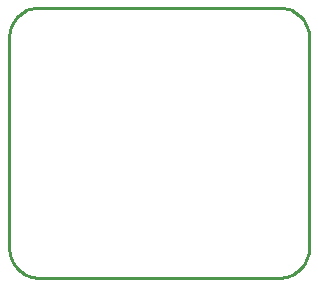
<source format=gbr>
G04 EAGLE Gerber RS-274X export*
G75*
%MOMM*%
%FSLAX34Y34*%
%LPD*%
%IN*%
%IPPOS*%
%AMOC8*
5,1,8,0,0,1.08239X$1,22.5*%
G01*
%ADD10C,0.254000*%


D10*
X-51435Y-15875D02*
X-51338Y-18089D01*
X-51049Y-20286D01*
X-50570Y-22449D01*
X-49903Y-24562D01*
X-49055Y-26610D01*
X-48032Y-28575D01*
X-46841Y-30444D01*
X-45493Y-32202D01*
X-43996Y-33836D01*
X-42362Y-35333D01*
X-40604Y-36681D01*
X-38735Y-37872D01*
X-36770Y-38895D01*
X-34722Y-39743D01*
X-32609Y-40410D01*
X-30446Y-40889D01*
X-28249Y-41178D01*
X-26035Y-41275D01*
X177165Y-41275D01*
X179379Y-41178D01*
X181576Y-40889D01*
X183739Y-40410D01*
X185852Y-39743D01*
X187900Y-38895D01*
X189865Y-37872D01*
X191734Y-36681D01*
X193492Y-35333D01*
X195126Y-33836D01*
X196623Y-32202D01*
X197971Y-30444D01*
X199162Y-28575D01*
X200185Y-26610D01*
X201033Y-24562D01*
X201700Y-22449D01*
X202179Y-20286D01*
X202468Y-18089D01*
X202565Y-15875D01*
X202565Y161925D01*
X202468Y164139D01*
X202179Y166336D01*
X201700Y168499D01*
X201033Y170612D01*
X200185Y172660D01*
X199162Y174625D01*
X197971Y176494D01*
X196623Y178252D01*
X195126Y179886D01*
X193492Y181383D01*
X191734Y182731D01*
X189865Y183922D01*
X187900Y184945D01*
X185852Y185793D01*
X183739Y186460D01*
X181576Y186939D01*
X179379Y187228D01*
X177165Y187325D01*
X-26035Y187325D01*
X-28249Y187228D01*
X-30446Y186939D01*
X-32609Y186460D01*
X-34722Y185793D01*
X-36770Y184945D01*
X-38735Y183922D01*
X-40604Y182731D01*
X-42362Y181383D01*
X-43996Y179886D01*
X-45493Y178252D01*
X-46841Y176494D01*
X-48032Y174625D01*
X-49055Y172660D01*
X-49903Y170612D01*
X-50570Y168499D01*
X-51049Y166336D01*
X-51338Y164139D01*
X-51435Y161925D01*
X-51435Y-15875D01*
M02*

</source>
